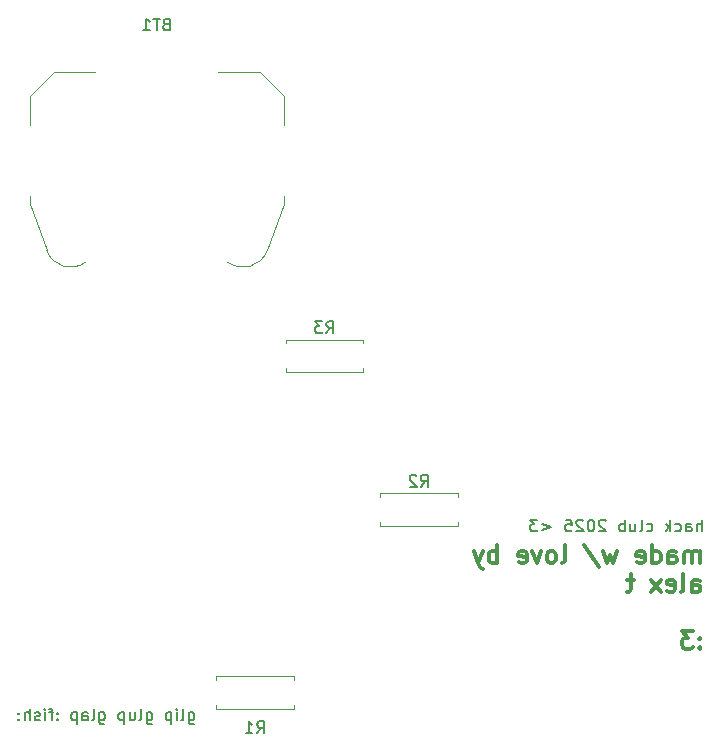
<source format=gbo>
G04 #@! TF.GenerationSoftware,KiCad,Pcbnew,9.0.1*
G04 #@! TF.CreationDate,2025-04-26T15:50:14-04:00*
G04 #@! TF.ProjectId,FISH,46495348-2e6b-4696-9361-645f70636258,rev?*
G04 #@! TF.SameCoordinates,Original*
G04 #@! TF.FileFunction,Legend,Bot*
G04 #@! TF.FilePolarity,Positive*
%FSLAX46Y46*%
G04 Gerber Fmt 4.6, Leading zero omitted, Abs format (unit mm)*
G04 Created by KiCad (PCBNEW 9.0.1) date 2025-04-26 15:50:14*
%MOMM*%
%LPD*%
G01*
G04 APERTURE LIST*
%ADD10C,0.200000*%
%ADD11C,0.300000*%
%ADD12C,0.150000*%
%ADD13C,0.120000*%
%ADD14C,17.800000*%
%ADD15R,1.270000X5.080000*%
%ADD16C,1.600000*%
%ADD17O,1.600000X1.600000*%
%ADD18C,1.800000*%
%ADD19R,1.800000X1.800000*%
%ADD20C,2.000000*%
%ADD21R,1.700000X1.700000*%
%ADD22C,1.700000*%
G04 APERTURE END LIST*
D10*
X187630326Y-121867219D02*
X187630326Y-120867219D01*
X187201755Y-121867219D02*
X187201755Y-121343409D01*
X187201755Y-121343409D02*
X187249374Y-121248171D01*
X187249374Y-121248171D02*
X187344612Y-121200552D01*
X187344612Y-121200552D02*
X187487469Y-121200552D01*
X187487469Y-121200552D02*
X187582707Y-121248171D01*
X187582707Y-121248171D02*
X187630326Y-121295790D01*
X186296993Y-121867219D02*
X186296993Y-121343409D01*
X186296993Y-121343409D02*
X186344612Y-121248171D01*
X186344612Y-121248171D02*
X186439850Y-121200552D01*
X186439850Y-121200552D02*
X186630326Y-121200552D01*
X186630326Y-121200552D02*
X186725564Y-121248171D01*
X186296993Y-121819600D02*
X186392231Y-121867219D01*
X186392231Y-121867219D02*
X186630326Y-121867219D01*
X186630326Y-121867219D02*
X186725564Y-121819600D01*
X186725564Y-121819600D02*
X186773183Y-121724361D01*
X186773183Y-121724361D02*
X186773183Y-121629123D01*
X186773183Y-121629123D02*
X186725564Y-121533885D01*
X186725564Y-121533885D02*
X186630326Y-121486266D01*
X186630326Y-121486266D02*
X186392231Y-121486266D01*
X186392231Y-121486266D02*
X186296993Y-121438647D01*
X185392231Y-121819600D02*
X185487469Y-121867219D01*
X185487469Y-121867219D02*
X185677945Y-121867219D01*
X185677945Y-121867219D02*
X185773183Y-121819600D01*
X185773183Y-121819600D02*
X185820802Y-121771980D01*
X185820802Y-121771980D02*
X185868421Y-121676742D01*
X185868421Y-121676742D02*
X185868421Y-121391028D01*
X185868421Y-121391028D02*
X185820802Y-121295790D01*
X185820802Y-121295790D02*
X185773183Y-121248171D01*
X185773183Y-121248171D02*
X185677945Y-121200552D01*
X185677945Y-121200552D02*
X185487469Y-121200552D01*
X185487469Y-121200552D02*
X185392231Y-121248171D01*
X184963659Y-121867219D02*
X184963659Y-120867219D01*
X184868421Y-121486266D02*
X184582707Y-121867219D01*
X184582707Y-121200552D02*
X184963659Y-121581504D01*
X182963659Y-121819600D02*
X183058897Y-121867219D01*
X183058897Y-121867219D02*
X183249373Y-121867219D01*
X183249373Y-121867219D02*
X183344611Y-121819600D01*
X183344611Y-121819600D02*
X183392230Y-121771980D01*
X183392230Y-121771980D02*
X183439849Y-121676742D01*
X183439849Y-121676742D02*
X183439849Y-121391028D01*
X183439849Y-121391028D02*
X183392230Y-121295790D01*
X183392230Y-121295790D02*
X183344611Y-121248171D01*
X183344611Y-121248171D02*
X183249373Y-121200552D01*
X183249373Y-121200552D02*
X183058897Y-121200552D01*
X183058897Y-121200552D02*
X182963659Y-121248171D01*
X182392230Y-121867219D02*
X182487468Y-121819600D01*
X182487468Y-121819600D02*
X182535087Y-121724361D01*
X182535087Y-121724361D02*
X182535087Y-120867219D01*
X181582706Y-121200552D02*
X181582706Y-121867219D01*
X182011277Y-121200552D02*
X182011277Y-121724361D01*
X182011277Y-121724361D02*
X181963658Y-121819600D01*
X181963658Y-121819600D02*
X181868420Y-121867219D01*
X181868420Y-121867219D02*
X181725563Y-121867219D01*
X181725563Y-121867219D02*
X181630325Y-121819600D01*
X181630325Y-121819600D02*
X181582706Y-121771980D01*
X181106515Y-121867219D02*
X181106515Y-120867219D01*
X181106515Y-121248171D02*
X181011277Y-121200552D01*
X181011277Y-121200552D02*
X180820801Y-121200552D01*
X180820801Y-121200552D02*
X180725563Y-121248171D01*
X180725563Y-121248171D02*
X180677944Y-121295790D01*
X180677944Y-121295790D02*
X180630325Y-121391028D01*
X180630325Y-121391028D02*
X180630325Y-121676742D01*
X180630325Y-121676742D02*
X180677944Y-121771980D01*
X180677944Y-121771980D02*
X180725563Y-121819600D01*
X180725563Y-121819600D02*
X180820801Y-121867219D01*
X180820801Y-121867219D02*
X181011277Y-121867219D01*
X181011277Y-121867219D02*
X181106515Y-121819600D01*
X179487467Y-120962457D02*
X179439848Y-120914838D01*
X179439848Y-120914838D02*
X179344610Y-120867219D01*
X179344610Y-120867219D02*
X179106515Y-120867219D01*
X179106515Y-120867219D02*
X179011277Y-120914838D01*
X179011277Y-120914838D02*
X178963658Y-120962457D01*
X178963658Y-120962457D02*
X178916039Y-121057695D01*
X178916039Y-121057695D02*
X178916039Y-121152933D01*
X178916039Y-121152933D02*
X178963658Y-121295790D01*
X178963658Y-121295790D02*
X179535086Y-121867219D01*
X179535086Y-121867219D02*
X178916039Y-121867219D01*
X178296991Y-120867219D02*
X178201753Y-120867219D01*
X178201753Y-120867219D02*
X178106515Y-120914838D01*
X178106515Y-120914838D02*
X178058896Y-120962457D01*
X178058896Y-120962457D02*
X178011277Y-121057695D01*
X178011277Y-121057695D02*
X177963658Y-121248171D01*
X177963658Y-121248171D02*
X177963658Y-121486266D01*
X177963658Y-121486266D02*
X178011277Y-121676742D01*
X178011277Y-121676742D02*
X178058896Y-121771980D01*
X178058896Y-121771980D02*
X178106515Y-121819600D01*
X178106515Y-121819600D02*
X178201753Y-121867219D01*
X178201753Y-121867219D02*
X178296991Y-121867219D01*
X178296991Y-121867219D02*
X178392229Y-121819600D01*
X178392229Y-121819600D02*
X178439848Y-121771980D01*
X178439848Y-121771980D02*
X178487467Y-121676742D01*
X178487467Y-121676742D02*
X178535086Y-121486266D01*
X178535086Y-121486266D02*
X178535086Y-121248171D01*
X178535086Y-121248171D02*
X178487467Y-121057695D01*
X178487467Y-121057695D02*
X178439848Y-120962457D01*
X178439848Y-120962457D02*
X178392229Y-120914838D01*
X178392229Y-120914838D02*
X178296991Y-120867219D01*
X177582705Y-120962457D02*
X177535086Y-120914838D01*
X177535086Y-120914838D02*
X177439848Y-120867219D01*
X177439848Y-120867219D02*
X177201753Y-120867219D01*
X177201753Y-120867219D02*
X177106515Y-120914838D01*
X177106515Y-120914838D02*
X177058896Y-120962457D01*
X177058896Y-120962457D02*
X177011277Y-121057695D01*
X177011277Y-121057695D02*
X177011277Y-121152933D01*
X177011277Y-121152933D02*
X177058896Y-121295790D01*
X177058896Y-121295790D02*
X177630324Y-121867219D01*
X177630324Y-121867219D02*
X177011277Y-121867219D01*
X176106515Y-120867219D02*
X176582705Y-120867219D01*
X176582705Y-120867219D02*
X176630324Y-121343409D01*
X176630324Y-121343409D02*
X176582705Y-121295790D01*
X176582705Y-121295790D02*
X176487467Y-121248171D01*
X176487467Y-121248171D02*
X176249372Y-121248171D01*
X176249372Y-121248171D02*
X176154134Y-121295790D01*
X176154134Y-121295790D02*
X176106515Y-121343409D01*
X176106515Y-121343409D02*
X176058896Y-121438647D01*
X176058896Y-121438647D02*
X176058896Y-121676742D01*
X176058896Y-121676742D02*
X176106515Y-121771980D01*
X176106515Y-121771980D02*
X176154134Y-121819600D01*
X176154134Y-121819600D02*
X176249372Y-121867219D01*
X176249372Y-121867219D02*
X176487467Y-121867219D01*
X176487467Y-121867219D02*
X176582705Y-121819600D01*
X176582705Y-121819600D02*
X176630324Y-121771980D01*
X174106515Y-121200552D02*
X174868419Y-121486266D01*
X174868419Y-121486266D02*
X174106515Y-121771980D01*
X173725562Y-120867219D02*
X173106515Y-120867219D01*
X173106515Y-120867219D02*
X173439848Y-121248171D01*
X173439848Y-121248171D02*
X173296991Y-121248171D01*
X173296991Y-121248171D02*
X173201753Y-121295790D01*
X173201753Y-121295790D02*
X173154134Y-121343409D01*
X173154134Y-121343409D02*
X173106515Y-121438647D01*
X173106515Y-121438647D02*
X173106515Y-121676742D01*
X173106515Y-121676742D02*
X173154134Y-121771980D01*
X173154134Y-121771980D02*
X173201753Y-121819600D01*
X173201753Y-121819600D02*
X173296991Y-121867219D01*
X173296991Y-121867219D02*
X173582705Y-121867219D01*
X173582705Y-121867219D02*
X173677943Y-121819600D01*
X173677943Y-121819600D02*
X173725562Y-121771980D01*
X144201755Y-137200552D02*
X144201755Y-138010076D01*
X144201755Y-138010076D02*
X144249374Y-138105314D01*
X144249374Y-138105314D02*
X144296993Y-138152933D01*
X144296993Y-138152933D02*
X144392231Y-138200552D01*
X144392231Y-138200552D02*
X144535088Y-138200552D01*
X144535088Y-138200552D02*
X144630326Y-138152933D01*
X144201755Y-137819600D02*
X144296993Y-137867219D01*
X144296993Y-137867219D02*
X144487469Y-137867219D01*
X144487469Y-137867219D02*
X144582707Y-137819600D01*
X144582707Y-137819600D02*
X144630326Y-137771980D01*
X144630326Y-137771980D02*
X144677945Y-137676742D01*
X144677945Y-137676742D02*
X144677945Y-137391028D01*
X144677945Y-137391028D02*
X144630326Y-137295790D01*
X144630326Y-137295790D02*
X144582707Y-137248171D01*
X144582707Y-137248171D02*
X144487469Y-137200552D01*
X144487469Y-137200552D02*
X144296993Y-137200552D01*
X144296993Y-137200552D02*
X144201755Y-137248171D01*
X143582707Y-137867219D02*
X143677945Y-137819600D01*
X143677945Y-137819600D02*
X143725564Y-137724361D01*
X143725564Y-137724361D02*
X143725564Y-136867219D01*
X143201754Y-137867219D02*
X143201754Y-137200552D01*
X143201754Y-136867219D02*
X143249373Y-136914838D01*
X143249373Y-136914838D02*
X143201754Y-136962457D01*
X143201754Y-136962457D02*
X143154135Y-136914838D01*
X143154135Y-136914838D02*
X143201754Y-136867219D01*
X143201754Y-136867219D02*
X143201754Y-136962457D01*
X142725564Y-137200552D02*
X142725564Y-138200552D01*
X142725564Y-137248171D02*
X142630326Y-137200552D01*
X142630326Y-137200552D02*
X142439850Y-137200552D01*
X142439850Y-137200552D02*
X142344612Y-137248171D01*
X142344612Y-137248171D02*
X142296993Y-137295790D01*
X142296993Y-137295790D02*
X142249374Y-137391028D01*
X142249374Y-137391028D02*
X142249374Y-137676742D01*
X142249374Y-137676742D02*
X142296993Y-137771980D01*
X142296993Y-137771980D02*
X142344612Y-137819600D01*
X142344612Y-137819600D02*
X142439850Y-137867219D01*
X142439850Y-137867219D02*
X142630326Y-137867219D01*
X142630326Y-137867219D02*
X142725564Y-137819600D01*
X140630326Y-137200552D02*
X140630326Y-138010076D01*
X140630326Y-138010076D02*
X140677945Y-138105314D01*
X140677945Y-138105314D02*
X140725564Y-138152933D01*
X140725564Y-138152933D02*
X140820802Y-138200552D01*
X140820802Y-138200552D02*
X140963659Y-138200552D01*
X140963659Y-138200552D02*
X141058897Y-138152933D01*
X140630326Y-137819600D02*
X140725564Y-137867219D01*
X140725564Y-137867219D02*
X140916040Y-137867219D01*
X140916040Y-137867219D02*
X141011278Y-137819600D01*
X141011278Y-137819600D02*
X141058897Y-137771980D01*
X141058897Y-137771980D02*
X141106516Y-137676742D01*
X141106516Y-137676742D02*
X141106516Y-137391028D01*
X141106516Y-137391028D02*
X141058897Y-137295790D01*
X141058897Y-137295790D02*
X141011278Y-137248171D01*
X141011278Y-137248171D02*
X140916040Y-137200552D01*
X140916040Y-137200552D02*
X140725564Y-137200552D01*
X140725564Y-137200552D02*
X140630326Y-137248171D01*
X140011278Y-137867219D02*
X140106516Y-137819600D01*
X140106516Y-137819600D02*
X140154135Y-137724361D01*
X140154135Y-137724361D02*
X140154135Y-136867219D01*
X139201754Y-137200552D02*
X139201754Y-137867219D01*
X139630325Y-137200552D02*
X139630325Y-137724361D01*
X139630325Y-137724361D02*
X139582706Y-137819600D01*
X139582706Y-137819600D02*
X139487468Y-137867219D01*
X139487468Y-137867219D02*
X139344611Y-137867219D01*
X139344611Y-137867219D02*
X139249373Y-137819600D01*
X139249373Y-137819600D02*
X139201754Y-137771980D01*
X138725563Y-137200552D02*
X138725563Y-138200552D01*
X138725563Y-137248171D02*
X138630325Y-137200552D01*
X138630325Y-137200552D02*
X138439849Y-137200552D01*
X138439849Y-137200552D02*
X138344611Y-137248171D01*
X138344611Y-137248171D02*
X138296992Y-137295790D01*
X138296992Y-137295790D02*
X138249373Y-137391028D01*
X138249373Y-137391028D02*
X138249373Y-137676742D01*
X138249373Y-137676742D02*
X138296992Y-137771980D01*
X138296992Y-137771980D02*
X138344611Y-137819600D01*
X138344611Y-137819600D02*
X138439849Y-137867219D01*
X138439849Y-137867219D02*
X138630325Y-137867219D01*
X138630325Y-137867219D02*
X138725563Y-137819600D01*
X136630325Y-137200552D02*
X136630325Y-138010076D01*
X136630325Y-138010076D02*
X136677944Y-138105314D01*
X136677944Y-138105314D02*
X136725563Y-138152933D01*
X136725563Y-138152933D02*
X136820801Y-138200552D01*
X136820801Y-138200552D02*
X136963658Y-138200552D01*
X136963658Y-138200552D02*
X137058896Y-138152933D01*
X136630325Y-137819600D02*
X136725563Y-137867219D01*
X136725563Y-137867219D02*
X136916039Y-137867219D01*
X136916039Y-137867219D02*
X137011277Y-137819600D01*
X137011277Y-137819600D02*
X137058896Y-137771980D01*
X137058896Y-137771980D02*
X137106515Y-137676742D01*
X137106515Y-137676742D02*
X137106515Y-137391028D01*
X137106515Y-137391028D02*
X137058896Y-137295790D01*
X137058896Y-137295790D02*
X137011277Y-137248171D01*
X137011277Y-137248171D02*
X136916039Y-137200552D01*
X136916039Y-137200552D02*
X136725563Y-137200552D01*
X136725563Y-137200552D02*
X136630325Y-137248171D01*
X136011277Y-137867219D02*
X136106515Y-137819600D01*
X136106515Y-137819600D02*
X136154134Y-137724361D01*
X136154134Y-137724361D02*
X136154134Y-136867219D01*
X135201753Y-137867219D02*
X135201753Y-137343409D01*
X135201753Y-137343409D02*
X135249372Y-137248171D01*
X135249372Y-137248171D02*
X135344610Y-137200552D01*
X135344610Y-137200552D02*
X135535086Y-137200552D01*
X135535086Y-137200552D02*
X135630324Y-137248171D01*
X135201753Y-137819600D02*
X135296991Y-137867219D01*
X135296991Y-137867219D02*
X135535086Y-137867219D01*
X135535086Y-137867219D02*
X135630324Y-137819600D01*
X135630324Y-137819600D02*
X135677943Y-137724361D01*
X135677943Y-137724361D02*
X135677943Y-137629123D01*
X135677943Y-137629123D02*
X135630324Y-137533885D01*
X135630324Y-137533885D02*
X135535086Y-137486266D01*
X135535086Y-137486266D02*
X135296991Y-137486266D01*
X135296991Y-137486266D02*
X135201753Y-137438647D01*
X134725562Y-137200552D02*
X134725562Y-138200552D01*
X134725562Y-137248171D02*
X134630324Y-137200552D01*
X134630324Y-137200552D02*
X134439848Y-137200552D01*
X134439848Y-137200552D02*
X134344610Y-137248171D01*
X134344610Y-137248171D02*
X134296991Y-137295790D01*
X134296991Y-137295790D02*
X134249372Y-137391028D01*
X134249372Y-137391028D02*
X134249372Y-137676742D01*
X134249372Y-137676742D02*
X134296991Y-137771980D01*
X134296991Y-137771980D02*
X134344610Y-137819600D01*
X134344610Y-137819600D02*
X134439848Y-137867219D01*
X134439848Y-137867219D02*
X134630324Y-137867219D01*
X134630324Y-137867219D02*
X134725562Y-137819600D01*
X133058895Y-137771980D02*
X133011276Y-137819600D01*
X133011276Y-137819600D02*
X133058895Y-137867219D01*
X133058895Y-137867219D02*
X133106514Y-137819600D01*
X133106514Y-137819600D02*
X133058895Y-137771980D01*
X133058895Y-137771980D02*
X133058895Y-137867219D01*
X133058895Y-137248171D02*
X133011276Y-137295790D01*
X133011276Y-137295790D02*
X133058895Y-137343409D01*
X133058895Y-137343409D02*
X133106514Y-137295790D01*
X133106514Y-137295790D02*
X133058895Y-137248171D01*
X133058895Y-137248171D02*
X133058895Y-137343409D01*
X132725562Y-137200552D02*
X132344610Y-137200552D01*
X132582705Y-137867219D02*
X132582705Y-137010076D01*
X132582705Y-137010076D02*
X132535086Y-136914838D01*
X132535086Y-136914838D02*
X132439848Y-136867219D01*
X132439848Y-136867219D02*
X132344610Y-136867219D01*
X132011276Y-137867219D02*
X132011276Y-137200552D01*
X132011276Y-136867219D02*
X132058895Y-136914838D01*
X132058895Y-136914838D02*
X132011276Y-136962457D01*
X132011276Y-136962457D02*
X131963657Y-136914838D01*
X131963657Y-136914838D02*
X132011276Y-136867219D01*
X132011276Y-136867219D02*
X132011276Y-136962457D01*
X131582705Y-137819600D02*
X131487467Y-137867219D01*
X131487467Y-137867219D02*
X131296991Y-137867219D01*
X131296991Y-137867219D02*
X131201753Y-137819600D01*
X131201753Y-137819600D02*
X131154134Y-137724361D01*
X131154134Y-137724361D02*
X131154134Y-137676742D01*
X131154134Y-137676742D02*
X131201753Y-137581504D01*
X131201753Y-137581504D02*
X131296991Y-137533885D01*
X131296991Y-137533885D02*
X131439848Y-137533885D01*
X131439848Y-137533885D02*
X131535086Y-137486266D01*
X131535086Y-137486266D02*
X131582705Y-137391028D01*
X131582705Y-137391028D02*
X131582705Y-137343409D01*
X131582705Y-137343409D02*
X131535086Y-137248171D01*
X131535086Y-137248171D02*
X131439848Y-137200552D01*
X131439848Y-137200552D02*
X131296991Y-137200552D01*
X131296991Y-137200552D02*
X131201753Y-137248171D01*
X130725562Y-137867219D02*
X130725562Y-136867219D01*
X130296991Y-137867219D02*
X130296991Y-137343409D01*
X130296991Y-137343409D02*
X130344610Y-137248171D01*
X130344610Y-137248171D02*
X130439848Y-137200552D01*
X130439848Y-137200552D02*
X130582705Y-137200552D01*
X130582705Y-137200552D02*
X130677943Y-137248171D01*
X130677943Y-137248171D02*
X130725562Y-137295790D01*
X129820800Y-137771980D02*
X129773181Y-137819600D01*
X129773181Y-137819600D02*
X129820800Y-137867219D01*
X129820800Y-137867219D02*
X129868419Y-137819600D01*
X129868419Y-137819600D02*
X129820800Y-137771980D01*
X129820800Y-137771980D02*
X129820800Y-137867219D01*
X129820800Y-137248171D02*
X129773181Y-137295790D01*
X129773181Y-137295790D02*
X129820800Y-137343409D01*
X129820800Y-137343409D02*
X129868419Y-137295790D01*
X129868419Y-137295790D02*
X129820800Y-137248171D01*
X129820800Y-137248171D02*
X129820800Y-137343409D01*
D11*
X187445489Y-124556080D02*
X187445489Y-123556080D01*
X187445489Y-123698937D02*
X187374060Y-123627509D01*
X187374060Y-123627509D02*
X187231203Y-123556080D01*
X187231203Y-123556080D02*
X187016917Y-123556080D01*
X187016917Y-123556080D02*
X186874060Y-123627509D01*
X186874060Y-123627509D02*
X186802632Y-123770366D01*
X186802632Y-123770366D02*
X186802632Y-124556080D01*
X186802632Y-123770366D02*
X186731203Y-123627509D01*
X186731203Y-123627509D02*
X186588346Y-123556080D01*
X186588346Y-123556080D02*
X186374060Y-123556080D01*
X186374060Y-123556080D02*
X186231203Y-123627509D01*
X186231203Y-123627509D02*
X186159774Y-123770366D01*
X186159774Y-123770366D02*
X186159774Y-124556080D01*
X184802632Y-124556080D02*
X184802632Y-123770366D01*
X184802632Y-123770366D02*
X184874060Y-123627509D01*
X184874060Y-123627509D02*
X185016917Y-123556080D01*
X185016917Y-123556080D02*
X185302632Y-123556080D01*
X185302632Y-123556080D02*
X185445489Y-123627509D01*
X184802632Y-124484652D02*
X184945489Y-124556080D01*
X184945489Y-124556080D02*
X185302632Y-124556080D01*
X185302632Y-124556080D02*
X185445489Y-124484652D01*
X185445489Y-124484652D02*
X185516917Y-124341794D01*
X185516917Y-124341794D02*
X185516917Y-124198937D01*
X185516917Y-124198937D02*
X185445489Y-124056080D01*
X185445489Y-124056080D02*
X185302632Y-123984652D01*
X185302632Y-123984652D02*
X184945489Y-123984652D01*
X184945489Y-123984652D02*
X184802632Y-123913223D01*
X183445489Y-124556080D02*
X183445489Y-123056080D01*
X183445489Y-124484652D02*
X183588346Y-124556080D01*
X183588346Y-124556080D02*
X183874060Y-124556080D01*
X183874060Y-124556080D02*
X184016917Y-124484652D01*
X184016917Y-124484652D02*
X184088346Y-124413223D01*
X184088346Y-124413223D02*
X184159774Y-124270366D01*
X184159774Y-124270366D02*
X184159774Y-123841794D01*
X184159774Y-123841794D02*
X184088346Y-123698937D01*
X184088346Y-123698937D02*
X184016917Y-123627509D01*
X184016917Y-123627509D02*
X183874060Y-123556080D01*
X183874060Y-123556080D02*
X183588346Y-123556080D01*
X183588346Y-123556080D02*
X183445489Y-123627509D01*
X182159774Y-124484652D02*
X182302631Y-124556080D01*
X182302631Y-124556080D02*
X182588346Y-124556080D01*
X182588346Y-124556080D02*
X182731203Y-124484652D01*
X182731203Y-124484652D02*
X182802631Y-124341794D01*
X182802631Y-124341794D02*
X182802631Y-123770366D01*
X182802631Y-123770366D02*
X182731203Y-123627509D01*
X182731203Y-123627509D02*
X182588346Y-123556080D01*
X182588346Y-123556080D02*
X182302631Y-123556080D01*
X182302631Y-123556080D02*
X182159774Y-123627509D01*
X182159774Y-123627509D02*
X182088346Y-123770366D01*
X182088346Y-123770366D02*
X182088346Y-123913223D01*
X182088346Y-123913223D02*
X182802631Y-124056080D01*
X180445489Y-123556080D02*
X180159775Y-124556080D01*
X180159775Y-124556080D02*
X179874060Y-123841794D01*
X179874060Y-123841794D02*
X179588346Y-124556080D01*
X179588346Y-124556080D02*
X179302632Y-123556080D01*
X177659774Y-122984652D02*
X178945488Y-124913223D01*
X175802631Y-124556080D02*
X175945488Y-124484652D01*
X175945488Y-124484652D02*
X176016917Y-124341794D01*
X176016917Y-124341794D02*
X176016917Y-123056080D01*
X175016917Y-124556080D02*
X175159774Y-124484652D01*
X175159774Y-124484652D02*
X175231203Y-124413223D01*
X175231203Y-124413223D02*
X175302631Y-124270366D01*
X175302631Y-124270366D02*
X175302631Y-123841794D01*
X175302631Y-123841794D02*
X175231203Y-123698937D01*
X175231203Y-123698937D02*
X175159774Y-123627509D01*
X175159774Y-123627509D02*
X175016917Y-123556080D01*
X175016917Y-123556080D02*
X174802631Y-123556080D01*
X174802631Y-123556080D02*
X174659774Y-123627509D01*
X174659774Y-123627509D02*
X174588346Y-123698937D01*
X174588346Y-123698937D02*
X174516917Y-123841794D01*
X174516917Y-123841794D02*
X174516917Y-124270366D01*
X174516917Y-124270366D02*
X174588346Y-124413223D01*
X174588346Y-124413223D02*
X174659774Y-124484652D01*
X174659774Y-124484652D02*
X174802631Y-124556080D01*
X174802631Y-124556080D02*
X175016917Y-124556080D01*
X174016917Y-123556080D02*
X173659774Y-124556080D01*
X173659774Y-124556080D02*
X173302631Y-123556080D01*
X172159774Y-124484652D02*
X172302631Y-124556080D01*
X172302631Y-124556080D02*
X172588346Y-124556080D01*
X172588346Y-124556080D02*
X172731203Y-124484652D01*
X172731203Y-124484652D02*
X172802631Y-124341794D01*
X172802631Y-124341794D02*
X172802631Y-123770366D01*
X172802631Y-123770366D02*
X172731203Y-123627509D01*
X172731203Y-123627509D02*
X172588346Y-123556080D01*
X172588346Y-123556080D02*
X172302631Y-123556080D01*
X172302631Y-123556080D02*
X172159774Y-123627509D01*
X172159774Y-123627509D02*
X172088346Y-123770366D01*
X172088346Y-123770366D02*
X172088346Y-123913223D01*
X172088346Y-123913223D02*
X172802631Y-124056080D01*
X170302632Y-124556080D02*
X170302632Y-123056080D01*
X170302632Y-123627509D02*
X170159775Y-123556080D01*
X170159775Y-123556080D02*
X169874060Y-123556080D01*
X169874060Y-123556080D02*
X169731203Y-123627509D01*
X169731203Y-123627509D02*
X169659775Y-123698937D01*
X169659775Y-123698937D02*
X169588346Y-123841794D01*
X169588346Y-123841794D02*
X169588346Y-124270366D01*
X169588346Y-124270366D02*
X169659775Y-124413223D01*
X169659775Y-124413223D02*
X169731203Y-124484652D01*
X169731203Y-124484652D02*
X169874060Y-124556080D01*
X169874060Y-124556080D02*
X170159775Y-124556080D01*
X170159775Y-124556080D02*
X170302632Y-124484652D01*
X169088346Y-123556080D02*
X168731203Y-124556080D01*
X168374060Y-123556080D02*
X168731203Y-124556080D01*
X168731203Y-124556080D02*
X168874060Y-124913223D01*
X168874060Y-124913223D02*
X168945489Y-124984652D01*
X168945489Y-124984652D02*
X169088346Y-125056080D01*
X186802632Y-126970996D02*
X186802632Y-126185282D01*
X186802632Y-126185282D02*
X186874060Y-126042425D01*
X186874060Y-126042425D02*
X187016917Y-125970996D01*
X187016917Y-125970996D02*
X187302632Y-125970996D01*
X187302632Y-125970996D02*
X187445489Y-126042425D01*
X186802632Y-126899568D02*
X186945489Y-126970996D01*
X186945489Y-126970996D02*
X187302632Y-126970996D01*
X187302632Y-126970996D02*
X187445489Y-126899568D01*
X187445489Y-126899568D02*
X187516917Y-126756710D01*
X187516917Y-126756710D02*
X187516917Y-126613853D01*
X187516917Y-126613853D02*
X187445489Y-126470996D01*
X187445489Y-126470996D02*
X187302632Y-126399568D01*
X187302632Y-126399568D02*
X186945489Y-126399568D01*
X186945489Y-126399568D02*
X186802632Y-126328139D01*
X185874060Y-126970996D02*
X186016917Y-126899568D01*
X186016917Y-126899568D02*
X186088346Y-126756710D01*
X186088346Y-126756710D02*
X186088346Y-125470996D01*
X184731203Y-126899568D02*
X184874060Y-126970996D01*
X184874060Y-126970996D02*
X185159775Y-126970996D01*
X185159775Y-126970996D02*
X185302632Y-126899568D01*
X185302632Y-126899568D02*
X185374060Y-126756710D01*
X185374060Y-126756710D02*
X185374060Y-126185282D01*
X185374060Y-126185282D02*
X185302632Y-126042425D01*
X185302632Y-126042425D02*
X185159775Y-125970996D01*
X185159775Y-125970996D02*
X184874060Y-125970996D01*
X184874060Y-125970996D02*
X184731203Y-126042425D01*
X184731203Y-126042425D02*
X184659775Y-126185282D01*
X184659775Y-126185282D02*
X184659775Y-126328139D01*
X184659775Y-126328139D02*
X185374060Y-126470996D01*
X184159775Y-126970996D02*
X183374061Y-125970996D01*
X184159775Y-125970996D02*
X183374061Y-126970996D01*
X181874060Y-125970996D02*
X181302632Y-125970996D01*
X181659775Y-125470996D02*
X181659775Y-126756710D01*
X181659775Y-126756710D02*
X181588346Y-126899568D01*
X181588346Y-126899568D02*
X181445489Y-126970996D01*
X181445489Y-126970996D02*
X181302632Y-126970996D01*
X187445489Y-131657971D02*
X187374060Y-131729400D01*
X187374060Y-131729400D02*
X187445489Y-131800828D01*
X187445489Y-131800828D02*
X187516917Y-131729400D01*
X187516917Y-131729400D02*
X187445489Y-131657971D01*
X187445489Y-131657971D02*
X187445489Y-131800828D01*
X187445489Y-130872257D02*
X187374060Y-130943685D01*
X187374060Y-130943685D02*
X187445489Y-131015114D01*
X187445489Y-131015114D02*
X187516917Y-130943685D01*
X187516917Y-130943685D02*
X187445489Y-130872257D01*
X187445489Y-130872257D02*
X187445489Y-131015114D01*
X186874060Y-130300828D02*
X185945488Y-130300828D01*
X185945488Y-130300828D02*
X186445488Y-130872257D01*
X186445488Y-130872257D02*
X186231203Y-130872257D01*
X186231203Y-130872257D02*
X186088346Y-130943685D01*
X186088346Y-130943685D02*
X186016917Y-131015114D01*
X186016917Y-131015114D02*
X185945488Y-131157971D01*
X185945488Y-131157971D02*
X185945488Y-131515114D01*
X185945488Y-131515114D02*
X186016917Y-131657971D01*
X186016917Y-131657971D02*
X186088346Y-131729400D01*
X186088346Y-131729400D02*
X186231203Y-131800828D01*
X186231203Y-131800828D02*
X186659774Y-131800828D01*
X186659774Y-131800828D02*
X186802631Y-131729400D01*
X186802631Y-131729400D02*
X186874060Y-131657971D01*
D12*
X142285714Y-78931009D02*
X142142857Y-78978628D01*
X142142857Y-78978628D02*
X142095238Y-79026247D01*
X142095238Y-79026247D02*
X142047619Y-79121485D01*
X142047619Y-79121485D02*
X142047619Y-79264342D01*
X142047619Y-79264342D02*
X142095238Y-79359580D01*
X142095238Y-79359580D02*
X142142857Y-79407200D01*
X142142857Y-79407200D02*
X142238095Y-79454819D01*
X142238095Y-79454819D02*
X142619047Y-79454819D01*
X142619047Y-79454819D02*
X142619047Y-78454819D01*
X142619047Y-78454819D02*
X142285714Y-78454819D01*
X142285714Y-78454819D02*
X142190476Y-78502438D01*
X142190476Y-78502438D02*
X142142857Y-78550057D01*
X142142857Y-78550057D02*
X142095238Y-78645295D01*
X142095238Y-78645295D02*
X142095238Y-78740533D01*
X142095238Y-78740533D02*
X142142857Y-78835771D01*
X142142857Y-78835771D02*
X142190476Y-78883390D01*
X142190476Y-78883390D02*
X142285714Y-78931009D01*
X142285714Y-78931009D02*
X142619047Y-78931009D01*
X141761904Y-78454819D02*
X141190476Y-78454819D01*
X141476190Y-79454819D02*
X141476190Y-78454819D01*
X140333333Y-79454819D02*
X140904761Y-79454819D01*
X140619047Y-79454819D02*
X140619047Y-78454819D01*
X140619047Y-78454819D02*
X140714285Y-78597676D01*
X140714285Y-78597676D02*
X140809523Y-78692914D01*
X140809523Y-78692914D02*
X140904761Y-78740533D01*
X149976666Y-138954819D02*
X150309999Y-138478628D01*
X150548094Y-138954819D02*
X150548094Y-137954819D01*
X150548094Y-137954819D02*
X150167142Y-137954819D01*
X150167142Y-137954819D02*
X150071904Y-138002438D01*
X150071904Y-138002438D02*
X150024285Y-138050057D01*
X150024285Y-138050057D02*
X149976666Y-138145295D01*
X149976666Y-138145295D02*
X149976666Y-138288152D01*
X149976666Y-138288152D02*
X150024285Y-138383390D01*
X150024285Y-138383390D02*
X150071904Y-138431009D01*
X150071904Y-138431009D02*
X150167142Y-138478628D01*
X150167142Y-138478628D02*
X150548094Y-138478628D01*
X149024285Y-138954819D02*
X149595713Y-138954819D01*
X149309999Y-138954819D02*
X149309999Y-137954819D01*
X149309999Y-137954819D02*
X149405237Y-138097676D01*
X149405237Y-138097676D02*
X149500475Y-138192914D01*
X149500475Y-138192914D02*
X149595713Y-138240533D01*
X163856666Y-118084819D02*
X164189999Y-117608628D01*
X164428094Y-118084819D02*
X164428094Y-117084819D01*
X164428094Y-117084819D02*
X164047142Y-117084819D01*
X164047142Y-117084819D02*
X163951904Y-117132438D01*
X163951904Y-117132438D02*
X163904285Y-117180057D01*
X163904285Y-117180057D02*
X163856666Y-117275295D01*
X163856666Y-117275295D02*
X163856666Y-117418152D01*
X163856666Y-117418152D02*
X163904285Y-117513390D01*
X163904285Y-117513390D02*
X163951904Y-117561009D01*
X163951904Y-117561009D02*
X164047142Y-117608628D01*
X164047142Y-117608628D02*
X164428094Y-117608628D01*
X163475713Y-117180057D02*
X163428094Y-117132438D01*
X163428094Y-117132438D02*
X163332856Y-117084819D01*
X163332856Y-117084819D02*
X163094761Y-117084819D01*
X163094761Y-117084819D02*
X162999523Y-117132438D01*
X162999523Y-117132438D02*
X162951904Y-117180057D01*
X162951904Y-117180057D02*
X162904285Y-117275295D01*
X162904285Y-117275295D02*
X162904285Y-117370533D01*
X162904285Y-117370533D02*
X162951904Y-117513390D01*
X162951904Y-117513390D02*
X163523332Y-118084819D01*
X163523332Y-118084819D02*
X162904285Y-118084819D01*
X155856666Y-105084819D02*
X156189999Y-104608628D01*
X156428094Y-105084819D02*
X156428094Y-104084819D01*
X156428094Y-104084819D02*
X156047142Y-104084819D01*
X156047142Y-104084819D02*
X155951904Y-104132438D01*
X155951904Y-104132438D02*
X155904285Y-104180057D01*
X155904285Y-104180057D02*
X155856666Y-104275295D01*
X155856666Y-104275295D02*
X155856666Y-104418152D01*
X155856666Y-104418152D02*
X155904285Y-104513390D01*
X155904285Y-104513390D02*
X155951904Y-104561009D01*
X155951904Y-104561009D02*
X156047142Y-104608628D01*
X156047142Y-104608628D02*
X156428094Y-104608628D01*
X155523332Y-104084819D02*
X154904285Y-104084819D01*
X154904285Y-104084819D02*
X155237618Y-104465771D01*
X155237618Y-104465771D02*
X155094761Y-104465771D01*
X155094761Y-104465771D02*
X154999523Y-104513390D01*
X154999523Y-104513390D02*
X154951904Y-104561009D01*
X154951904Y-104561009D02*
X154904285Y-104656247D01*
X154904285Y-104656247D02*
X154904285Y-104894342D01*
X154904285Y-104894342D02*
X154951904Y-104989580D01*
X154951904Y-104989580D02*
X154999523Y-105037200D01*
X154999523Y-105037200D02*
X155094761Y-105084819D01*
X155094761Y-105084819D02*
X155380475Y-105084819D01*
X155380475Y-105084819D02*
X155475713Y-105037200D01*
X155475713Y-105037200D02*
X155523332Y-104989580D01*
D13*
G04 #@! TO.C,BT1*
X135500000Y-99050000D02*
G75*
G02*
X132174757Y-98088169I-1310000J1700000D01*
G01*
X150840000Y-98080000D02*
G75*
G02*
X147503354Y-99066530I-2030000J730001D01*
G01*
X130720000Y-94130000D02*
X132160000Y-98080000D01*
X130720000Y-93500000D02*
X130720000Y-94130000D01*
X130720000Y-85040000D02*
X130720000Y-87500000D01*
X132800000Y-82960000D02*
X130720000Y-85040000D01*
X132800000Y-82960000D02*
X136300000Y-82960000D01*
X146700000Y-82960000D02*
X150200000Y-82960000D01*
X150200000Y-82960000D02*
X152280000Y-85040000D01*
X152280000Y-94130000D02*
X150840000Y-98080000D01*
X152280000Y-93500000D02*
X152280000Y-94130000D01*
X152280000Y-85040000D02*
X152280000Y-87500000D01*
G04 #@! TO.C,R1*
X146540000Y-136870000D02*
X153080000Y-136870000D01*
X146540000Y-136540000D02*
X146540000Y-136870000D01*
X146540000Y-134460000D02*
X146540000Y-134130000D01*
X146540000Y-134130000D02*
X153080000Y-134130000D01*
X153080000Y-136870000D02*
X153080000Y-136540000D01*
X153080000Y-134130000D02*
X153080000Y-134460000D01*
G04 #@! TO.C,R2*
X160420000Y-121370000D02*
X160420000Y-121040000D01*
X160420000Y-118630000D02*
X160420000Y-118960000D01*
X166960000Y-121370000D02*
X160420000Y-121370000D01*
X166960000Y-121040000D02*
X166960000Y-121370000D01*
X166960000Y-118960000D02*
X166960000Y-118630000D01*
X166960000Y-118630000D02*
X160420000Y-118630000D01*
G04 #@! TO.C,R3*
X152420000Y-108370000D02*
X152420000Y-108040000D01*
X152420000Y-105630000D02*
X152420000Y-105960000D01*
X158960000Y-108370000D02*
X152420000Y-108370000D01*
X158960000Y-108040000D02*
X158960000Y-108370000D01*
X158960000Y-105960000D02*
X158960000Y-105630000D01*
X158960000Y-105630000D02*
X152420000Y-105630000D01*
G04 #@! TD*
%LPC*%
D14*
G04 #@! TO.C,BT1*
X141500000Y-90500000D03*
D15*
X130515000Y-90500000D03*
X152485000Y-90500000D03*
G04 #@! TD*
D16*
G04 #@! TO.C,R1*
X146000000Y-135500000D03*
D17*
X153620000Y-135500000D03*
G04 #@! TD*
G04 #@! TO.C,R2*
X159880000Y-120000000D03*
D16*
X167500000Y-120000000D03*
G04 #@! TD*
D17*
G04 #@! TO.C,R3*
X151880000Y-107000000D03*
D16*
X159500000Y-107000000D03*
G04 #@! TD*
D18*
G04 #@! TO.C,D2*
X148500000Y-119500000D03*
D19*
X148500000Y-122040000D03*
G04 #@! TD*
D20*
G04 #@! TO.C,SW3*
X170832527Y-108057867D03*
X177332527Y-108057867D03*
X170832527Y-112557867D03*
X177332527Y-112557867D03*
G04 #@! TD*
G04 #@! TO.C,SW2*
X129500000Y-118000000D03*
X136000000Y-118000000D03*
X129500000Y-122500000D03*
X136000000Y-122500000D03*
G04 #@! TD*
G04 #@! TO.C,SW1*
X129500000Y-128000000D03*
X136000000Y-128000000D03*
X129500000Y-132500000D03*
X136000000Y-132500000D03*
G04 #@! TD*
D21*
G04 #@! TO.C,M1*
X159500000Y-90500000D03*
D22*
X159500000Y-87960000D03*
G04 #@! TD*
D19*
G04 #@! TO.C,D1*
X164000000Y-133725000D03*
D18*
X164000000Y-136265000D03*
G04 #@! TD*
%LPD*%
M02*

</source>
